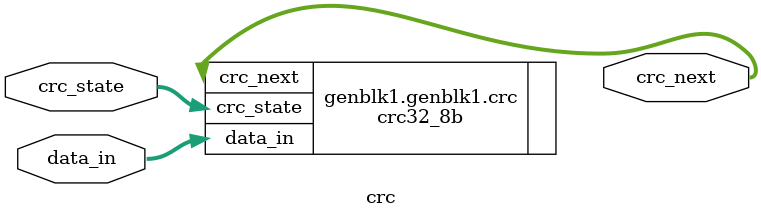
<source format=v>
module crc #( parameter TYPE    = "ETH",  // type: "ETH", "OTHER"
		 parameter DW      = 8)       // width of data
   (
    input [DW-1:0]  data_in, // input data
    input [CW-1:0]  crc_state, // input crc state
    output [CW-1:0] crc_next // next crc state
    );
   
   localparam CW      = 32;         // width of polynomial
     
   generate
      if(TYPE=="ETH")
	begin
	   if(DW==8)	  	  
	     crc32_8b crc(/*AUTOINST*/
			     // Outputs
			     .crc_next		(crc_next[31:0]),
			     // Inputs
			     .data_in		(data_in[7:0]),
			     .crc_state		(crc_state[31:0]));
	   else if(DW==64)
	     crc32_64b crc(/*AUTOINST*/
			      // Outputs
			      .crc_next		(crc_next[31:0]),
			      // Inputs
			      .data_in		(data_in[63:0]),
			      .crc_state	(crc_state[31:0]));
      
	end // if (TYPE=="ETH")      
   endgenerate
  			 		 		    
endmodule
</source>
